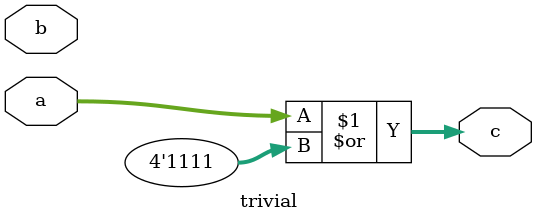
<source format=v>
module trivial(input [3:0] a, input [3:0] b, output [3:0] c);
//assign c = (a | b) & 4'sh3; // 0b0011
assign c = a | 4'hF; // 0b1111
endmodule


</source>
